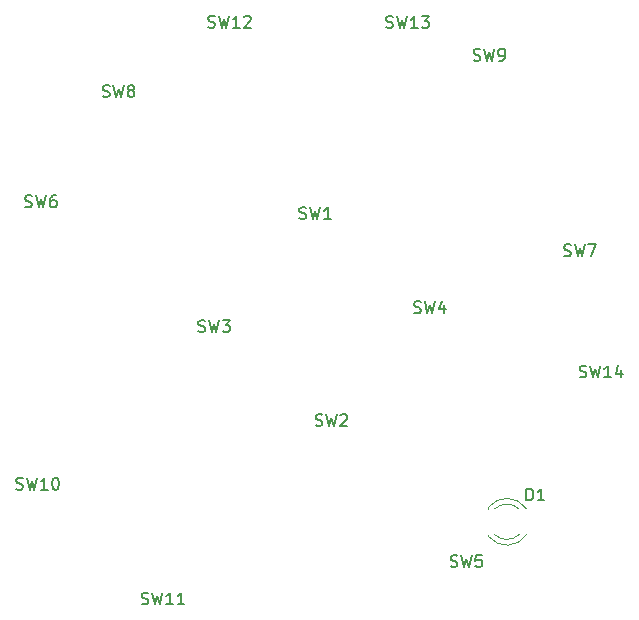
<source format=gbr>
%TF.GenerationSoftware,KiCad,Pcbnew,(5.99.0-12548-gc9aebb8529)*%
%TF.CreationDate,2021-09-28T22:04:13-04:00*%
%TF.ProjectId,TeensyWheel,5465656e-7379-4576-9865-656c2e6b6963,rev?*%
%TF.SameCoordinates,Original*%
%TF.FileFunction,Legend,Top*%
%TF.FilePolarity,Positive*%
%FSLAX46Y46*%
G04 Gerber Fmt 4.6, Leading zero omitted, Abs format (unit mm)*
G04 Created by KiCad (PCBNEW (5.99.0-12548-gc9aebb8529)) date 2021-09-28 22:04:13*
%MOMM*%
%LPD*%
G01*
G04 APERTURE LIST*
%ADD10C,0.150000*%
%ADD11C,0.120000*%
G04 APERTURE END LIST*
D10*
%TO.C,SW12*%
X62190476Y-103344761D02*
X62333333Y-103392380D01*
X62571428Y-103392380D01*
X62666666Y-103344761D01*
X62714285Y-103297142D01*
X62761904Y-103201904D01*
X62761904Y-103106666D01*
X62714285Y-103011428D01*
X62666666Y-102963809D01*
X62571428Y-102916190D01*
X62380952Y-102868571D01*
X62285714Y-102820952D01*
X62238095Y-102773333D01*
X62190476Y-102678095D01*
X62190476Y-102582857D01*
X62238095Y-102487619D01*
X62285714Y-102440000D01*
X62380952Y-102392380D01*
X62619047Y-102392380D01*
X62761904Y-102440000D01*
X63095238Y-102392380D02*
X63333333Y-103392380D01*
X63523809Y-102678095D01*
X63714285Y-103392380D01*
X63952380Y-102392380D01*
X64857142Y-103392380D02*
X64285714Y-103392380D01*
X64571428Y-103392380D02*
X64571428Y-102392380D01*
X64476190Y-102535238D01*
X64380952Y-102630476D01*
X64285714Y-102678095D01*
X65238095Y-102487619D02*
X65285714Y-102440000D01*
X65380952Y-102392380D01*
X65619047Y-102392380D01*
X65714285Y-102440000D01*
X65761904Y-102487619D01*
X65809523Y-102582857D01*
X65809523Y-102678095D01*
X65761904Y-102820952D01*
X65190476Y-103392380D01*
X65809523Y-103392380D01*
%TO.C,SW3*%
X61356666Y-129104761D02*
X61499523Y-129152380D01*
X61737619Y-129152380D01*
X61832857Y-129104761D01*
X61880476Y-129057142D01*
X61928095Y-128961904D01*
X61928095Y-128866666D01*
X61880476Y-128771428D01*
X61832857Y-128723809D01*
X61737619Y-128676190D01*
X61547142Y-128628571D01*
X61451904Y-128580952D01*
X61404285Y-128533333D01*
X61356666Y-128438095D01*
X61356666Y-128342857D01*
X61404285Y-128247619D01*
X61451904Y-128200000D01*
X61547142Y-128152380D01*
X61785238Y-128152380D01*
X61928095Y-128200000D01*
X62261428Y-128152380D02*
X62499523Y-129152380D01*
X62690000Y-128438095D01*
X62880476Y-129152380D01*
X63118571Y-128152380D01*
X63404285Y-128152380D02*
X64023333Y-128152380D01*
X63690000Y-128533333D01*
X63832857Y-128533333D01*
X63928095Y-128580952D01*
X63975714Y-128628571D01*
X64023333Y-128723809D01*
X64023333Y-128961904D01*
X63975714Y-129057142D01*
X63928095Y-129104761D01*
X63832857Y-129152380D01*
X63547142Y-129152380D01*
X63451904Y-129104761D01*
X63404285Y-129057142D01*
%TO.C,SW6*%
X46686666Y-118544761D02*
X46829523Y-118592380D01*
X47067619Y-118592380D01*
X47162857Y-118544761D01*
X47210476Y-118497142D01*
X47258095Y-118401904D01*
X47258095Y-118306666D01*
X47210476Y-118211428D01*
X47162857Y-118163809D01*
X47067619Y-118116190D01*
X46877142Y-118068571D01*
X46781904Y-118020952D01*
X46734285Y-117973333D01*
X46686666Y-117878095D01*
X46686666Y-117782857D01*
X46734285Y-117687619D01*
X46781904Y-117640000D01*
X46877142Y-117592380D01*
X47115238Y-117592380D01*
X47258095Y-117640000D01*
X47591428Y-117592380D02*
X47829523Y-118592380D01*
X48020000Y-117878095D01*
X48210476Y-118592380D01*
X48448571Y-117592380D01*
X49258095Y-117592380D02*
X49067619Y-117592380D01*
X48972380Y-117640000D01*
X48924761Y-117687619D01*
X48829523Y-117830476D01*
X48781904Y-118020952D01*
X48781904Y-118401904D01*
X48829523Y-118497142D01*
X48877142Y-118544761D01*
X48972380Y-118592380D01*
X49162857Y-118592380D01*
X49258095Y-118544761D01*
X49305714Y-118497142D01*
X49353333Y-118401904D01*
X49353333Y-118163809D01*
X49305714Y-118068571D01*
X49258095Y-118020952D01*
X49162857Y-117973333D01*
X48972380Y-117973333D01*
X48877142Y-118020952D01*
X48829523Y-118068571D01*
X48781904Y-118163809D01*
%TO.C,SW2*%
X71286666Y-137064761D02*
X71429523Y-137112380D01*
X71667619Y-137112380D01*
X71762857Y-137064761D01*
X71810476Y-137017142D01*
X71858095Y-136921904D01*
X71858095Y-136826666D01*
X71810476Y-136731428D01*
X71762857Y-136683809D01*
X71667619Y-136636190D01*
X71477142Y-136588571D01*
X71381904Y-136540952D01*
X71334285Y-136493333D01*
X71286666Y-136398095D01*
X71286666Y-136302857D01*
X71334285Y-136207619D01*
X71381904Y-136160000D01*
X71477142Y-136112380D01*
X71715238Y-136112380D01*
X71858095Y-136160000D01*
X72191428Y-136112380D02*
X72429523Y-137112380D01*
X72620000Y-136398095D01*
X72810476Y-137112380D01*
X73048571Y-136112380D01*
X73381904Y-136207619D02*
X73429523Y-136160000D01*
X73524761Y-136112380D01*
X73762857Y-136112380D01*
X73858095Y-136160000D01*
X73905714Y-136207619D01*
X73953333Y-136302857D01*
X73953333Y-136398095D01*
X73905714Y-136540952D01*
X73334285Y-137112380D01*
X73953333Y-137112380D01*
%TO.C,SW4*%
X79606666Y-127504761D02*
X79749523Y-127552380D01*
X79987619Y-127552380D01*
X80082857Y-127504761D01*
X80130476Y-127457142D01*
X80178095Y-127361904D01*
X80178095Y-127266666D01*
X80130476Y-127171428D01*
X80082857Y-127123809D01*
X79987619Y-127076190D01*
X79797142Y-127028571D01*
X79701904Y-126980952D01*
X79654285Y-126933333D01*
X79606666Y-126838095D01*
X79606666Y-126742857D01*
X79654285Y-126647619D01*
X79701904Y-126600000D01*
X79797142Y-126552380D01*
X80035238Y-126552380D01*
X80178095Y-126600000D01*
X80511428Y-126552380D02*
X80749523Y-127552380D01*
X80940000Y-126838095D01*
X81130476Y-127552380D01*
X81368571Y-126552380D01*
X82178095Y-126885714D02*
X82178095Y-127552380D01*
X81940000Y-126504761D02*
X81701904Y-127219047D01*
X82320952Y-127219047D01*
%TO.C,SW11*%
X56550476Y-152164761D02*
X56693333Y-152212380D01*
X56931428Y-152212380D01*
X57026666Y-152164761D01*
X57074285Y-152117142D01*
X57121904Y-152021904D01*
X57121904Y-151926666D01*
X57074285Y-151831428D01*
X57026666Y-151783809D01*
X56931428Y-151736190D01*
X56740952Y-151688571D01*
X56645714Y-151640952D01*
X56598095Y-151593333D01*
X56550476Y-151498095D01*
X56550476Y-151402857D01*
X56598095Y-151307619D01*
X56645714Y-151260000D01*
X56740952Y-151212380D01*
X56979047Y-151212380D01*
X57121904Y-151260000D01*
X57455238Y-151212380D02*
X57693333Y-152212380D01*
X57883809Y-151498095D01*
X58074285Y-152212380D01*
X58312380Y-151212380D01*
X59217142Y-152212380D02*
X58645714Y-152212380D01*
X58931428Y-152212380D02*
X58931428Y-151212380D01*
X58836190Y-151355238D01*
X58740952Y-151450476D01*
X58645714Y-151498095D01*
X60169523Y-152212380D02*
X59598095Y-152212380D01*
X59883809Y-152212380D02*
X59883809Y-151212380D01*
X59788571Y-151355238D01*
X59693333Y-151450476D01*
X59598095Y-151498095D01*
%TO.C,SW10*%
X45920476Y-142454761D02*
X46063333Y-142502380D01*
X46301428Y-142502380D01*
X46396666Y-142454761D01*
X46444285Y-142407142D01*
X46491904Y-142311904D01*
X46491904Y-142216666D01*
X46444285Y-142121428D01*
X46396666Y-142073809D01*
X46301428Y-142026190D01*
X46110952Y-141978571D01*
X46015714Y-141930952D01*
X45968095Y-141883333D01*
X45920476Y-141788095D01*
X45920476Y-141692857D01*
X45968095Y-141597619D01*
X46015714Y-141550000D01*
X46110952Y-141502380D01*
X46349047Y-141502380D01*
X46491904Y-141550000D01*
X46825238Y-141502380D02*
X47063333Y-142502380D01*
X47253809Y-141788095D01*
X47444285Y-142502380D01*
X47682380Y-141502380D01*
X48587142Y-142502380D02*
X48015714Y-142502380D01*
X48301428Y-142502380D02*
X48301428Y-141502380D01*
X48206190Y-141645238D01*
X48110952Y-141740476D01*
X48015714Y-141788095D01*
X49206190Y-141502380D02*
X49301428Y-141502380D01*
X49396666Y-141550000D01*
X49444285Y-141597619D01*
X49491904Y-141692857D01*
X49539523Y-141883333D01*
X49539523Y-142121428D01*
X49491904Y-142311904D01*
X49444285Y-142407142D01*
X49396666Y-142454761D01*
X49301428Y-142502380D01*
X49206190Y-142502380D01*
X49110952Y-142454761D01*
X49063333Y-142407142D01*
X49015714Y-142311904D01*
X48968095Y-142121428D01*
X48968095Y-141883333D01*
X49015714Y-141692857D01*
X49063333Y-141597619D01*
X49110952Y-141550000D01*
X49206190Y-141502380D01*
%TO.C,SW9*%
X84656666Y-106134761D02*
X84799523Y-106182380D01*
X85037619Y-106182380D01*
X85132857Y-106134761D01*
X85180476Y-106087142D01*
X85228095Y-105991904D01*
X85228095Y-105896666D01*
X85180476Y-105801428D01*
X85132857Y-105753809D01*
X85037619Y-105706190D01*
X84847142Y-105658571D01*
X84751904Y-105610952D01*
X84704285Y-105563333D01*
X84656666Y-105468095D01*
X84656666Y-105372857D01*
X84704285Y-105277619D01*
X84751904Y-105230000D01*
X84847142Y-105182380D01*
X85085238Y-105182380D01*
X85228095Y-105230000D01*
X85561428Y-105182380D02*
X85799523Y-106182380D01*
X85990000Y-105468095D01*
X86180476Y-106182380D01*
X86418571Y-105182380D01*
X86847142Y-106182380D02*
X87037619Y-106182380D01*
X87132857Y-106134761D01*
X87180476Y-106087142D01*
X87275714Y-105944285D01*
X87323333Y-105753809D01*
X87323333Y-105372857D01*
X87275714Y-105277619D01*
X87228095Y-105230000D01*
X87132857Y-105182380D01*
X86942380Y-105182380D01*
X86847142Y-105230000D01*
X86799523Y-105277619D01*
X86751904Y-105372857D01*
X86751904Y-105610952D01*
X86799523Y-105706190D01*
X86847142Y-105753809D01*
X86942380Y-105801428D01*
X87132857Y-105801428D01*
X87228095Y-105753809D01*
X87275714Y-105706190D01*
X87323333Y-105610952D01*
%TO.C,SW8*%
X53256666Y-109204761D02*
X53399523Y-109252380D01*
X53637619Y-109252380D01*
X53732857Y-109204761D01*
X53780476Y-109157142D01*
X53828095Y-109061904D01*
X53828095Y-108966666D01*
X53780476Y-108871428D01*
X53732857Y-108823809D01*
X53637619Y-108776190D01*
X53447142Y-108728571D01*
X53351904Y-108680952D01*
X53304285Y-108633333D01*
X53256666Y-108538095D01*
X53256666Y-108442857D01*
X53304285Y-108347619D01*
X53351904Y-108300000D01*
X53447142Y-108252380D01*
X53685238Y-108252380D01*
X53828095Y-108300000D01*
X54161428Y-108252380D02*
X54399523Y-109252380D01*
X54590000Y-108538095D01*
X54780476Y-109252380D01*
X55018571Y-108252380D01*
X55542380Y-108680952D02*
X55447142Y-108633333D01*
X55399523Y-108585714D01*
X55351904Y-108490476D01*
X55351904Y-108442857D01*
X55399523Y-108347619D01*
X55447142Y-108300000D01*
X55542380Y-108252380D01*
X55732857Y-108252380D01*
X55828095Y-108300000D01*
X55875714Y-108347619D01*
X55923333Y-108442857D01*
X55923333Y-108490476D01*
X55875714Y-108585714D01*
X55828095Y-108633333D01*
X55732857Y-108680952D01*
X55542380Y-108680952D01*
X55447142Y-108728571D01*
X55399523Y-108776190D01*
X55351904Y-108871428D01*
X55351904Y-109061904D01*
X55399523Y-109157142D01*
X55447142Y-109204761D01*
X55542380Y-109252380D01*
X55732857Y-109252380D01*
X55828095Y-109204761D01*
X55875714Y-109157142D01*
X55923333Y-109061904D01*
X55923333Y-108871428D01*
X55875714Y-108776190D01*
X55828095Y-108728571D01*
X55732857Y-108680952D01*
%TO.C,D1*%
X89121904Y-143412380D02*
X89121904Y-142412380D01*
X89360000Y-142412380D01*
X89502857Y-142460000D01*
X89598095Y-142555238D01*
X89645714Y-142650476D01*
X89693333Y-142840952D01*
X89693333Y-142983809D01*
X89645714Y-143174285D01*
X89598095Y-143269523D01*
X89502857Y-143364761D01*
X89360000Y-143412380D01*
X89121904Y-143412380D01*
X90645714Y-143412380D02*
X90074285Y-143412380D01*
X90360000Y-143412380D02*
X90360000Y-142412380D01*
X90264761Y-142555238D01*
X90169523Y-142650476D01*
X90074285Y-142698095D01*
%TO.C,SW7*%
X92316666Y-122694761D02*
X92459523Y-122742380D01*
X92697619Y-122742380D01*
X92792857Y-122694761D01*
X92840476Y-122647142D01*
X92888095Y-122551904D01*
X92888095Y-122456666D01*
X92840476Y-122361428D01*
X92792857Y-122313809D01*
X92697619Y-122266190D01*
X92507142Y-122218571D01*
X92411904Y-122170952D01*
X92364285Y-122123333D01*
X92316666Y-122028095D01*
X92316666Y-121932857D01*
X92364285Y-121837619D01*
X92411904Y-121790000D01*
X92507142Y-121742380D01*
X92745238Y-121742380D01*
X92888095Y-121790000D01*
X93221428Y-121742380D02*
X93459523Y-122742380D01*
X93650000Y-122028095D01*
X93840476Y-122742380D01*
X94078571Y-121742380D01*
X94364285Y-121742380D02*
X95030952Y-121742380D01*
X94602380Y-122742380D01*
%TO.C,SW1*%
X69906666Y-119534761D02*
X70049523Y-119582380D01*
X70287619Y-119582380D01*
X70382857Y-119534761D01*
X70430476Y-119487142D01*
X70478095Y-119391904D01*
X70478095Y-119296666D01*
X70430476Y-119201428D01*
X70382857Y-119153809D01*
X70287619Y-119106190D01*
X70097142Y-119058571D01*
X70001904Y-119010952D01*
X69954285Y-118963333D01*
X69906666Y-118868095D01*
X69906666Y-118772857D01*
X69954285Y-118677619D01*
X70001904Y-118630000D01*
X70097142Y-118582380D01*
X70335238Y-118582380D01*
X70478095Y-118630000D01*
X70811428Y-118582380D02*
X71049523Y-119582380D01*
X71240000Y-118868095D01*
X71430476Y-119582380D01*
X71668571Y-118582380D01*
X72573333Y-119582380D02*
X72001904Y-119582380D01*
X72287619Y-119582380D02*
X72287619Y-118582380D01*
X72192380Y-118725238D01*
X72097142Y-118820476D01*
X72001904Y-118868095D01*
%TO.C,SW14*%
X93630476Y-132954761D02*
X93773333Y-133002380D01*
X94011428Y-133002380D01*
X94106666Y-132954761D01*
X94154285Y-132907142D01*
X94201904Y-132811904D01*
X94201904Y-132716666D01*
X94154285Y-132621428D01*
X94106666Y-132573809D01*
X94011428Y-132526190D01*
X93820952Y-132478571D01*
X93725714Y-132430952D01*
X93678095Y-132383333D01*
X93630476Y-132288095D01*
X93630476Y-132192857D01*
X93678095Y-132097619D01*
X93725714Y-132050000D01*
X93820952Y-132002380D01*
X94059047Y-132002380D01*
X94201904Y-132050000D01*
X94535238Y-132002380D02*
X94773333Y-133002380D01*
X94963809Y-132288095D01*
X95154285Y-133002380D01*
X95392380Y-132002380D01*
X96297142Y-133002380D02*
X95725714Y-133002380D01*
X96011428Y-133002380D02*
X96011428Y-132002380D01*
X95916190Y-132145238D01*
X95820952Y-132240476D01*
X95725714Y-132288095D01*
X97154285Y-132335714D02*
X97154285Y-133002380D01*
X96916190Y-131954761D02*
X96678095Y-132669047D01*
X97297142Y-132669047D01*
%TO.C,SW5*%
X82718666Y-149002761D02*
X82861523Y-149050380D01*
X83099619Y-149050380D01*
X83194857Y-149002761D01*
X83242476Y-148955142D01*
X83290095Y-148859904D01*
X83290095Y-148764666D01*
X83242476Y-148669428D01*
X83194857Y-148621809D01*
X83099619Y-148574190D01*
X82909142Y-148526571D01*
X82813904Y-148478952D01*
X82766285Y-148431333D01*
X82718666Y-148336095D01*
X82718666Y-148240857D01*
X82766285Y-148145619D01*
X82813904Y-148098000D01*
X82909142Y-148050380D01*
X83147238Y-148050380D01*
X83290095Y-148098000D01*
X83623428Y-148050380D02*
X83861523Y-149050380D01*
X84052000Y-148336095D01*
X84242476Y-149050380D01*
X84480571Y-148050380D01*
X85337714Y-148050380D02*
X84861523Y-148050380D01*
X84813904Y-148526571D01*
X84861523Y-148478952D01*
X84956761Y-148431333D01*
X85194857Y-148431333D01*
X85290095Y-148478952D01*
X85337714Y-148526571D01*
X85385333Y-148621809D01*
X85385333Y-148859904D01*
X85337714Y-148955142D01*
X85290095Y-149002761D01*
X85194857Y-149050380D01*
X84956761Y-149050380D01*
X84861523Y-149002761D01*
X84813904Y-148955142D01*
%TO.C,SW13*%
X77250476Y-103364761D02*
X77393333Y-103412380D01*
X77631428Y-103412380D01*
X77726666Y-103364761D01*
X77774285Y-103317142D01*
X77821904Y-103221904D01*
X77821904Y-103126666D01*
X77774285Y-103031428D01*
X77726666Y-102983809D01*
X77631428Y-102936190D01*
X77440952Y-102888571D01*
X77345714Y-102840952D01*
X77298095Y-102793333D01*
X77250476Y-102698095D01*
X77250476Y-102602857D01*
X77298095Y-102507619D01*
X77345714Y-102460000D01*
X77440952Y-102412380D01*
X77679047Y-102412380D01*
X77821904Y-102460000D01*
X78155238Y-102412380D02*
X78393333Y-103412380D01*
X78583809Y-102698095D01*
X78774285Y-103412380D01*
X79012380Y-102412380D01*
X79917142Y-103412380D02*
X79345714Y-103412380D01*
X79631428Y-103412380D02*
X79631428Y-102412380D01*
X79536190Y-102555238D01*
X79440952Y-102650476D01*
X79345714Y-102698095D01*
X80250476Y-102412380D02*
X80869523Y-102412380D01*
X80536190Y-102793333D01*
X80679047Y-102793333D01*
X80774285Y-102840952D01*
X80821904Y-102888571D01*
X80869523Y-102983809D01*
X80869523Y-103221904D01*
X80821904Y-103317142D01*
X80774285Y-103364761D01*
X80679047Y-103412380D01*
X80393333Y-103412380D01*
X80298095Y-103364761D01*
X80250476Y-103317142D01*
D11*
%TO.C,D1*%
X85910000Y-143984000D02*
X85910000Y-144140000D01*
X85910000Y-146300000D02*
X85910000Y-146456000D01*
X88511130Y-146299837D02*
G75*
G02*
X86429039Y-146300000I-1041130J1079837D01*
G01*
X88511130Y-144140163D02*
G75*
G03*
X86429039Y-144140000I-1041130J-1079837D01*
G01*
X89142335Y-146298608D02*
G75*
G02*
X85910000Y-146455516I-1672335J1078608D01*
G01*
X89142335Y-144141392D02*
G75*
G03*
X85910000Y-143984484I-1672335J-1078608D01*
G01*
%TD*%
M02*

</source>
